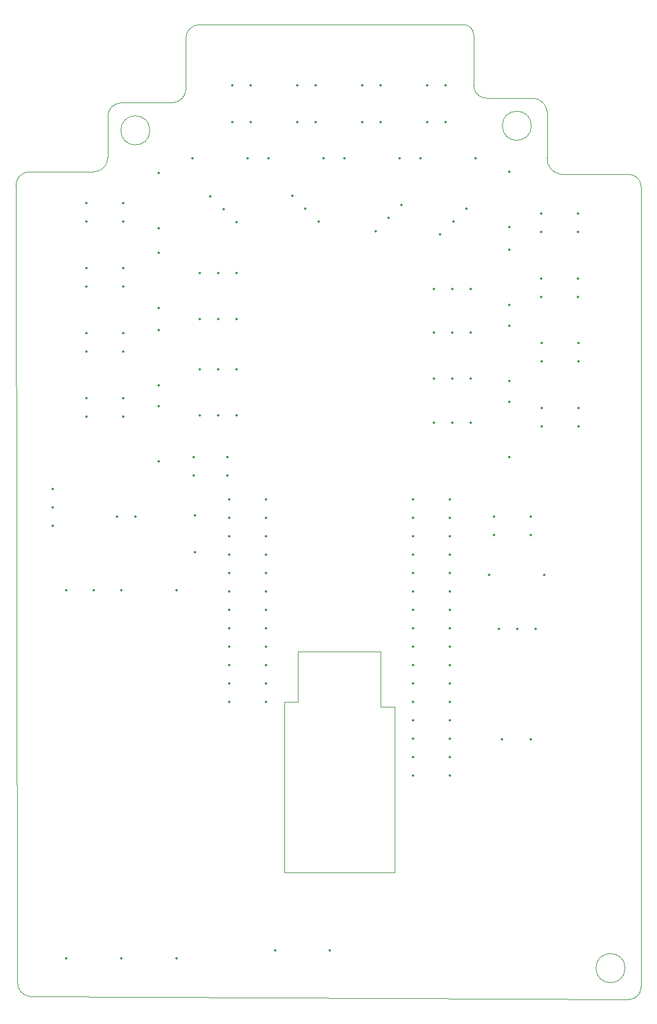
<source format=gko>
%TF.GenerationSoftware,KiCad,Pcbnew,8.0.4*%
%TF.CreationDate,2025-02-09T16:53:56-05:00*%
%TF.ProjectId,Chassis,43686173-7369-4732-9e6b-696361645f70,rev?*%
%TF.SameCoordinates,Original*%
%TF.FileFunction,Profile,NP*%
%FSLAX46Y46*%
G04 Gerber Fmt 4.6, Leading zero omitted, Abs format (unit mm)*
G04 Created by KiCad (PCBNEW 8.0.4) date 2025-02-09 16:53:56*
%MOMM*%
%LPD*%
G01*
G04 APERTURE LIST*
%TA.AperFunction,Profile*%
%ADD10C,0.050000*%
%TD*%
%ADD11C,0.350000*%
G04 APERTURE END LIST*
D10*
X158218046Y-156741954D02*
G75*
G02*
X154201954Y-156741954I-2008046J0D01*
G01*
X154201954Y-156741954D02*
G75*
G02*
X158218046Y-156741954I2008046J0D01*
G01*
X75960000Y-160654999D02*
G75*
G02*
X74279942Y-158750000I240000J1904999D01*
G01*
X160430038Y-159385000D02*
G75*
G02*
X158750000Y-161065038I-1680038J0D01*
G01*
X158750000Y-47214962D02*
G75*
G02*
X160430038Y-48895000I0J-1680038D01*
G01*
X145415000Y-36690000D02*
G75*
G02*
X147452809Y-38563653I0J-2045000D01*
G01*
X139065000Y-36690000D02*
G75*
G02*
X137300000Y-34925000I0J1765000D01*
G01*
X135890000Y-26530000D02*
G75*
G02*
X137300000Y-27940000I0J-1410000D01*
G01*
X126365000Y-143510000D02*
X126365000Y-120650000D01*
X111125000Y-143510000D02*
X126365000Y-143510000D01*
X111125000Y-120015000D02*
X111125000Y-143510000D01*
X113030000Y-120015000D02*
X111125000Y-120015000D01*
X113030000Y-113030000D02*
X113030000Y-120015000D01*
X124460000Y-113030000D02*
X113030000Y-113030000D01*
X124460000Y-120650000D02*
X124460000Y-113030000D01*
X126365000Y-120650000D02*
X124460000Y-120650000D01*
X137300000Y-27940000D02*
X137300000Y-34925000D01*
X86755000Y-44945000D02*
G75*
G02*
X84850000Y-46850000I-1905000J0D01*
G01*
X97550000Y-35420000D02*
G75*
G02*
X95645000Y-37325000I-1905000J0D01*
G01*
X145278046Y-40500000D02*
G75*
G02*
X141261954Y-40500000I-2008046J0D01*
G01*
X141261954Y-40500000D02*
G75*
G02*
X145278046Y-40500000I2008046J0D01*
G01*
X97550000Y-35420000D02*
X97550000Y-28435000D01*
X86755000Y-44945000D02*
X86755000Y-39230000D01*
X74055000Y-48755000D02*
G75*
G02*
X75960000Y-46850000I1905000J0D01*
G01*
X84850000Y-46850000D02*
X75960000Y-46850000D01*
X149308181Y-47183615D02*
X158750000Y-47214962D01*
X92573046Y-41135000D02*
G75*
G02*
X88556954Y-41135000I-2008046J0D01*
G01*
X88556954Y-41135000D02*
G75*
G02*
X92573046Y-41135000I2008046J0D01*
G01*
X74055000Y-48755000D02*
X74279942Y-158750000D01*
X160430038Y-48895000D02*
X160430038Y-159385000D01*
X88660000Y-37325000D02*
X95645000Y-37325000D01*
X97550000Y-28435000D02*
G75*
G02*
X99455000Y-26530000I1905000J0D01*
G01*
X135890000Y-26530000D02*
X99455000Y-26530000D01*
X86755000Y-39230000D02*
G75*
G02*
X88660000Y-37325000I1905000J0D01*
G01*
X75960000Y-160655000D02*
X158750000Y-161065038D01*
X147452809Y-38563653D02*
X147452809Y-44913653D01*
X149308181Y-47183615D02*
G75*
G02*
X147452809Y-44913653I289627J2129962D01*
G01*
X139065000Y-36690000D02*
X145415000Y-36690000D01*
D11*
X88065000Y-94475000D03*
X90565000Y-94475000D03*
X109895000Y-154305000D03*
X117395000Y-154305000D03*
X142240000Y-57579000D03*
X142240000Y-65199000D03*
X146621000Y-64112000D03*
X151701000Y-64112000D03*
X146621000Y-61572000D03*
X151701000Y-61572000D03*
X93830000Y-76277000D03*
X93830000Y-68657000D03*
X128905000Y-130175000D03*
X128905000Y-127635000D03*
X128905000Y-125095000D03*
X128905000Y-122555000D03*
X128905000Y-120015000D03*
X128905000Y-117475000D03*
X128905000Y-114935000D03*
X128905000Y-112395000D03*
X128905000Y-109855000D03*
X128905000Y-107315000D03*
X128905000Y-104775000D03*
X128905000Y-102235000D03*
X128905000Y-99695000D03*
X128905000Y-97155000D03*
X128905000Y-94615000D03*
X128905000Y-92075000D03*
X108585000Y-92075000D03*
X108585000Y-94615000D03*
X108585000Y-97155000D03*
X108585000Y-99695000D03*
X108585000Y-102235000D03*
X108585000Y-104775000D03*
X108585000Y-107315000D03*
X108585000Y-109855000D03*
X108585000Y-112395000D03*
X108585000Y-114935000D03*
X108585000Y-117475000D03*
X108585000Y-120015000D03*
X98820000Y-99330000D03*
X98820000Y-94250000D03*
X93830000Y-65657000D03*
X93830000Y-58037000D03*
X81040000Y-155435000D03*
X88660000Y-155435000D03*
X96280000Y-155435000D03*
X96280000Y-104635000D03*
X88660000Y-104635000D03*
X84850000Y-104635000D03*
X81040000Y-104635000D03*
X108927000Y-44956000D03*
X116547000Y-44956000D03*
X119427000Y-44956000D03*
X127047000Y-44956000D03*
X133434000Y-40005000D03*
X133434000Y-34925000D03*
X130894000Y-40005000D03*
X130894000Y-34925000D03*
X88900000Y-60157000D03*
X83820000Y-60157000D03*
X88900000Y-62697000D03*
X83820000Y-62697000D03*
X115486000Y-40005000D03*
X115486000Y-34925000D03*
X112946000Y-40005000D03*
X112946000Y-34925000D03*
X131840000Y-75425000D03*
X134380000Y-75425000D03*
X136920000Y-75425000D03*
X131840000Y-69075000D03*
X134380000Y-69075000D03*
X136920000Y-69075000D03*
X98427000Y-44956000D03*
X106047000Y-44956000D03*
X88900000Y-51183000D03*
X83820000Y-51183000D03*
X88900000Y-53723000D03*
X83820000Y-53723000D03*
X103505000Y-92075000D03*
X103505000Y-94615000D03*
X103505000Y-97155000D03*
X103505000Y-99695000D03*
X103505000Y-102235000D03*
X103505000Y-104775000D03*
X103505000Y-107315000D03*
X103505000Y-109855000D03*
X103505000Y-112395000D03*
X103505000Y-114935000D03*
X103505000Y-117475000D03*
X103505000Y-120015000D03*
X129927000Y-44956000D03*
X137547000Y-44956000D03*
X103265000Y-86220000D03*
X103265000Y-88760000D03*
X79135000Y-95745000D03*
X79135000Y-93205000D03*
X79135000Y-90665000D03*
X132692898Y-55522102D03*
X134488949Y-53726051D03*
X136285000Y-51930000D03*
X98615000Y-86220000D03*
X98615000Y-88760000D03*
X133985000Y-130175000D03*
X133985000Y-127635000D03*
X133985000Y-125095000D03*
X133985000Y-122555000D03*
X133985000Y-120015000D03*
X133985000Y-117475000D03*
X133985000Y-114935000D03*
X133985000Y-112395000D03*
X133985000Y-109855000D03*
X133985000Y-107315000D03*
X133985000Y-104775000D03*
X133985000Y-102235000D03*
X133985000Y-99695000D03*
X133985000Y-97155000D03*
X133985000Y-94615000D03*
X133985000Y-92075000D03*
X142240000Y-68079000D03*
X142240000Y-75699000D03*
X124460000Y-40005000D03*
X124460000Y-34925000D03*
X121920000Y-40005000D03*
X121920000Y-34925000D03*
X93830000Y-86777000D03*
X93830000Y-79157000D03*
X104535000Y-80505000D03*
X101995000Y-80505000D03*
X99455000Y-80505000D03*
X146740000Y-73025000D03*
X151820000Y-73025000D03*
X146740000Y-70485000D03*
X151820000Y-70485000D03*
X140095000Y-97015000D03*
X145175000Y-97015000D03*
X140095000Y-94475000D03*
X145175000Y-94475000D03*
X139445000Y-102460000D03*
X147065000Y-102460000D03*
X123727165Y-55029267D03*
X125523216Y-53233216D03*
X127319267Y-51437165D03*
X145175000Y-125180000D03*
X141175000Y-125180000D03*
X104534999Y-60820000D03*
X101994999Y-60820000D03*
X99455000Y-60820000D03*
X106512000Y-40005000D03*
X106512000Y-34925000D03*
X103972000Y-40005000D03*
X103972000Y-34925000D03*
X104534999Y-67170000D03*
X101994999Y-67170000D03*
X99454999Y-67170000D03*
X131840000Y-81450000D03*
X134380000Y-81450000D03*
X136920000Y-81450000D03*
X146621000Y-55138000D03*
X151701000Y-55138000D03*
X146621000Y-52598000D03*
X151701000Y-52598000D03*
X142240000Y-78579000D03*
X142240000Y-86199000D03*
X100942898Y-50242898D03*
X102738949Y-52038949D03*
X104535000Y-53835000D03*
X140785000Y-109940000D03*
X143325000Y-109940000D03*
X145865000Y-109940000D03*
X142240000Y-46889000D03*
X142240000Y-54509000D03*
X131840000Y-63035000D03*
X134380000Y-63035000D03*
X136920000Y-63035000D03*
X104535000Y-74155000D03*
X101995000Y-74155000D03*
X99455000Y-74155000D03*
X146740000Y-81999000D03*
X151820000Y-81999000D03*
X146740000Y-79459000D03*
X151820000Y-79459000D03*
X112263949Y-50133949D03*
X114060000Y-51930000D03*
X115856051Y-53726051D03*
X88900000Y-78105000D03*
X83820000Y-78105000D03*
X88900000Y-80645000D03*
X83820000Y-80645000D03*
X93830000Y-54657000D03*
X93830000Y-47037000D03*
X88900000Y-69131000D03*
X83820000Y-69131000D03*
X88900000Y-71671000D03*
X83820000Y-71671000D03*
M02*

</source>
